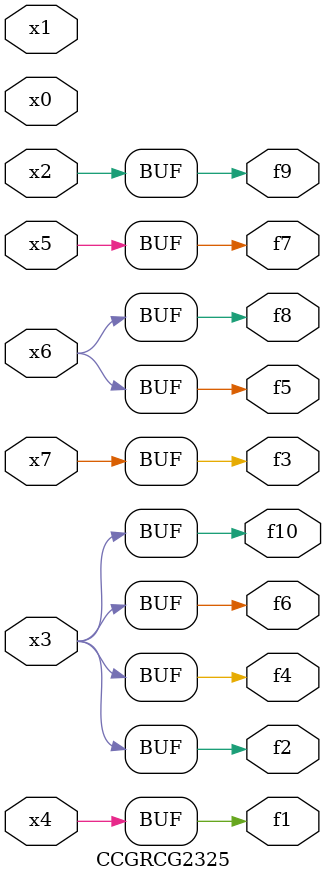
<source format=v>
module CCGRCG2325(
	input x0, x1, x2, x3, x4, x5, x6, x7,
	output f1, f2, f3, f4, f5, f6, f7, f8, f9, f10
);
	assign f1 = x4;
	assign f2 = x3;
	assign f3 = x7;
	assign f4 = x3;
	assign f5 = x6;
	assign f6 = x3;
	assign f7 = x5;
	assign f8 = x6;
	assign f9 = x2;
	assign f10 = x3;
endmodule

</source>
